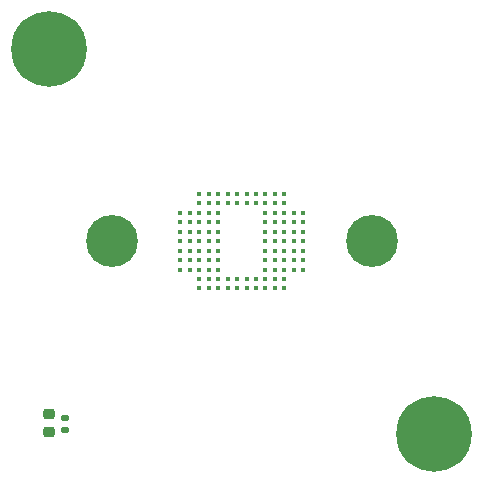
<source format=gbr>
%TF.GenerationSoftware,KiCad,Pcbnew,8.0.9*%
%TF.CreationDate,2025-03-13T22:53:30+08:00*%
%TF.ProjectId,Raspberry_pi_IMX662,52617370-6265-4727-9279-5f70695f494d,rev?*%
%TF.SameCoordinates,Original*%
%TF.FileFunction,Soldermask,Bot*%
%TF.FilePolarity,Negative*%
%FSLAX46Y46*%
G04 Gerber Fmt 4.6, Leading zero omitted, Abs format (unit mm)*
G04 Created by KiCad (PCBNEW 8.0.9) date 2025-03-13 22:53:30*
%MOMM*%
%LPD*%
G01*
G04 APERTURE LIST*
G04 Aperture macros list*
%AMRoundRect*
0 Rectangle with rounded corners*
0 $1 Rounding radius*
0 $2 $3 $4 $5 $6 $7 $8 $9 X,Y pos of 4 corners*
0 Add a 4 corners polygon primitive as box body*
4,1,4,$2,$3,$4,$5,$6,$7,$8,$9,$2,$3,0*
0 Add four circle primitives for the rounded corners*
1,1,$1+$1,$2,$3*
1,1,$1+$1,$4,$5*
1,1,$1+$1,$6,$7*
1,1,$1+$1,$8,$9*
0 Add four rect primitives between the rounded corners*
20,1,$1+$1,$2,$3,$4,$5,0*
20,1,$1+$1,$4,$5,$6,$7,0*
20,1,$1+$1,$6,$7,$8,$9,0*
20,1,$1+$1,$8,$9,$2,$3,0*%
G04 Aperture macros list end*
%ADD10C,6.400000*%
%ADD11C,4.400000*%
%ADD12RoundRect,0.135000X-0.185000X0.135000X-0.185000X-0.135000X0.185000X-0.135000X0.185000X0.135000X0*%
%ADD13RoundRect,0.218750X-0.256250X0.218750X-0.256250X-0.218750X0.256250X-0.218750X0.256250X0.218750X0*%
%ADD14C,0.400000*%
G04 APERTURE END LIST*
D10*
%TO.C,H6*%
X154900000Y-117350000D03*
%TD*%
D11*
%TO.C,H2*%
X127600000Y-101050000D03*
%TD*%
%TO.C,H1*%
X149600000Y-101050000D03*
%TD*%
D10*
%TO.C,H5*%
X122300000Y-84750000D03*
%TD*%
D12*
%TO.C,R6*%
X123600000Y-115990000D03*
X123600000Y-117010000D03*
%TD*%
D13*
%TO.C,D1*%
X122250000Y-115660000D03*
X122250000Y-117235000D03*
%TD*%
D14*
%TO.C,U1*%
X133400000Y-98650000D03*
X133400000Y-99450000D03*
X133400000Y-100250000D03*
X133400000Y-101050000D03*
X133400000Y-101850000D03*
X133400000Y-102650000D03*
X133400000Y-103450000D03*
X134200000Y-98650000D03*
X134200000Y-99450000D03*
X134200000Y-100250000D03*
X134200000Y-101050000D03*
X134200000Y-101850000D03*
X134200000Y-102650000D03*
X134200000Y-103450000D03*
X135000000Y-97050000D03*
X135000000Y-97850000D03*
X135000000Y-98650000D03*
X135000000Y-99450000D03*
X135000000Y-100250000D03*
X135000000Y-101050000D03*
X135000000Y-101850000D03*
X135000000Y-102650000D03*
X135000000Y-103450000D03*
X135000000Y-104250000D03*
X135000000Y-105050000D03*
X135800000Y-97050000D03*
X135800000Y-97850000D03*
X135800000Y-98650000D03*
X135800000Y-99450000D03*
X135800000Y-100250000D03*
X135800000Y-101050000D03*
X135800000Y-101850000D03*
X135800000Y-102650000D03*
X135800000Y-103450000D03*
X135800000Y-104250000D03*
X135800000Y-105050000D03*
X136600000Y-97050000D03*
X136600000Y-97850000D03*
X136600000Y-98650000D03*
X136600000Y-99450000D03*
X136600000Y-100250000D03*
X136600000Y-101050000D03*
X136600000Y-101850000D03*
X136600000Y-102650000D03*
X136600000Y-103450000D03*
X136600000Y-104250000D03*
X136600000Y-105050000D03*
X137400000Y-97050000D03*
X137400000Y-97850000D03*
X137400000Y-104250000D03*
X137400000Y-105050000D03*
X138200000Y-97050000D03*
X138200000Y-97850000D03*
X138200000Y-104250000D03*
X138200000Y-105050000D03*
X139000000Y-97050000D03*
X139000000Y-97850000D03*
X139000000Y-104250000D03*
X139000000Y-105050000D03*
X139800000Y-97050000D03*
X139800000Y-97850000D03*
X139800000Y-104250000D03*
X139800000Y-105050000D03*
X140600000Y-97050000D03*
X140600000Y-97850000D03*
X140600000Y-98650000D03*
X140600000Y-99450000D03*
X140600000Y-100250000D03*
X140600000Y-101050000D03*
X140600000Y-101850000D03*
X140600000Y-102650000D03*
X140600000Y-103450000D03*
X140600000Y-104250000D03*
X140600000Y-105050000D03*
X141400000Y-97050000D03*
X141400000Y-97850000D03*
X141400000Y-98650000D03*
X141400000Y-99450000D03*
X141400000Y-100250000D03*
X141400000Y-101050000D03*
X141400000Y-101850000D03*
X141400000Y-102650000D03*
X141400000Y-103450000D03*
X141400000Y-104250000D03*
X141400000Y-105050000D03*
X142200000Y-97050000D03*
X142200000Y-97850000D03*
X142200000Y-98650000D03*
X142200000Y-99450000D03*
X142200000Y-100250000D03*
X142200000Y-101050000D03*
X142200000Y-101850000D03*
X142200000Y-102650000D03*
X142200000Y-103450000D03*
X142200000Y-104250000D03*
X142200000Y-105050000D03*
X143000000Y-98650000D03*
X143000000Y-99450000D03*
X143000000Y-100250000D03*
X143000000Y-101050000D03*
X143000000Y-101850000D03*
X143000000Y-102650000D03*
X143000000Y-103450000D03*
X143800000Y-98650000D03*
X143800000Y-99450000D03*
X143800000Y-100250000D03*
X143800000Y-101050000D03*
X143800000Y-101850000D03*
X143800000Y-102650000D03*
X143800000Y-103450000D03*
%TD*%
M02*

</source>
